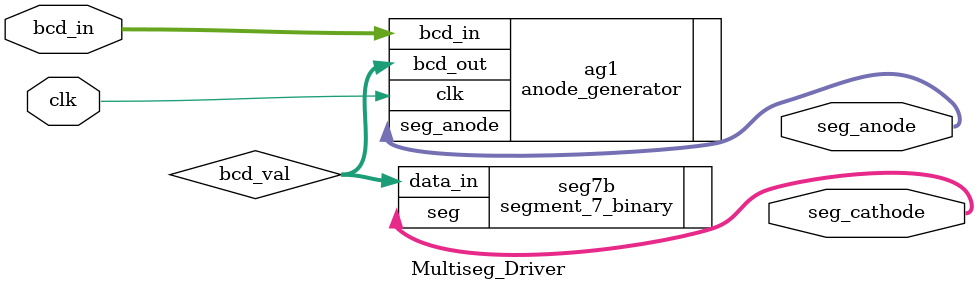
<source format=v>
`timescale 1ns / 1ps


module Multiseg_Driver(clk, bcd_in, seg_anode, seg_cathode);
input clk;
input[15:0] bcd_in;

output[3:0] seg_anode;
output[6:0] seg_cathode;

wire[3:0] bcd_val;

anode_generator ag1(.clk(clk), .bcd_in(bcd_in), .seg_anode(seg_anode), .bcd_out(bcd_val));
segment_7_binary seg7b(.data_in(bcd_val), .seg(seg_cathode));


endmodule

</source>
